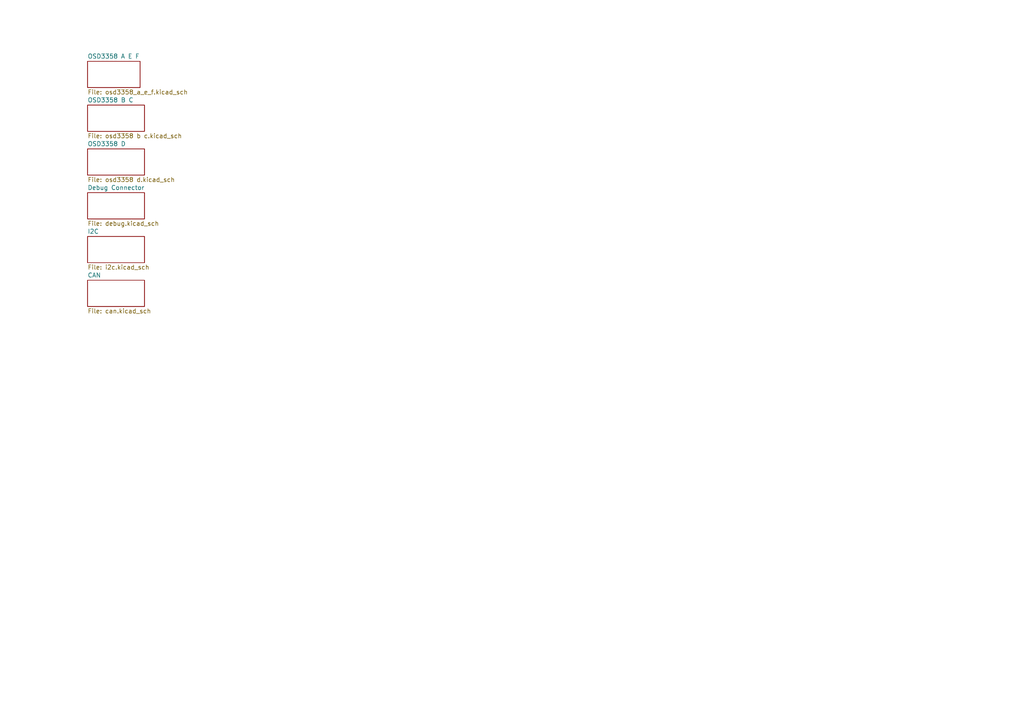
<source format=kicad_sch>
(kicad_sch
	(version 20231120)
	(generator "eeschema")
	(generator_version "8.0")
	(uuid "5deb3880-3edc-4e04-8d18-c290fe73b7ce")
	(paper "A4")
	(lib_symbols)
	(sheet
		(at 25.4 30.48)
		(size 16.51 7.62)
		(fields_autoplaced yes)
		(stroke
			(width 0.1524)
			(type solid)
		)
		(fill
			(color 0 0 0 0.0000)
		)
		(uuid "06fc8dc1-2ec0-46b4-bcdf-680cc749d11e")
		(property "Sheetname" "OSD3358 B C"
			(at 25.4 29.7684 0)
			(effects
				(font
					(size 1.27 1.27)
				)
				(justify left bottom)
			)
		)
		(property "Sheetfile" "osd3358 b c.kicad_sch"
			(at 25.4 38.6846 0)
			(effects
				(font
					(size 1.27 1.27)
				)
				(justify left top)
			)
		)
		(instances
			(project "osd3358_board"
				(path "/5deb3880-3edc-4e04-8d18-c290fe73b7ce"
					(page "3")
				)
			)
		)
	)
	(sheet
		(at 25.4 43.18)
		(size 16.51 7.62)
		(fields_autoplaced yes)
		(stroke
			(width 0.1524)
			(type solid)
		)
		(fill
			(color 0 0 0 0.0000)
		)
		(uuid "0cbc6161-dd69-4863-aa64-eab3b119f2d6")
		(property "Sheetname" "OSD3358 D"
			(at 25.4 42.4684 0)
			(effects
				(font
					(size 1.27 1.27)
				)
				(justify left bottom)
			)
		)
		(property "Sheetfile" "osd3358 d.kicad_sch"
			(at 25.4 51.3846 0)
			(effects
				(font
					(size 1.27 1.27)
				)
				(justify left top)
			)
		)
		(instances
			(project "osd3358_board"
				(path "/5deb3880-3edc-4e04-8d18-c290fe73b7ce"
					(page "4")
				)
			)
		)
	)
	(sheet
		(at 25.4 81.28)
		(size 16.51 7.62)
		(fields_autoplaced yes)
		(stroke
			(width 0.1524)
			(type solid)
		)
		(fill
			(color 0 0 0 0.0000)
		)
		(uuid "4b9dddb2-c0cb-44af-9298-d1dad0cede91")
		(property "Sheetname" "CAN"
			(at 25.4 80.5684 0)
			(effects
				(font
					(size 1.27 1.27)
				)
				(justify left bottom)
			)
		)
		(property "Sheetfile" "can.kicad_sch"
			(at 25.4 89.4846 0)
			(effects
				(font
					(size 1.27 1.27)
				)
				(justify left top)
			)
		)
		(instances
			(project "osd3358_board"
				(path "/5deb3880-3edc-4e04-8d18-c290fe73b7ce"
					(page "7")
				)
			)
		)
	)
	(sheet
		(at 25.4 68.58)
		(size 16.51 7.62)
		(fields_autoplaced yes)
		(stroke
			(width 0.1524)
			(type solid)
		)
		(fill
			(color 0 0 0 0.0000)
		)
		(uuid "77e55a86-e210-41b5-8646-7934197759ed")
		(property "Sheetname" "I2C"
			(at 25.4 67.8684 0)
			(effects
				(font
					(size 1.27 1.27)
				)
				(justify left bottom)
			)
		)
		(property "Sheetfile" "i2c.kicad_sch"
			(at 25.4 76.7846 0)
			(effects
				(font
					(size 1.27 1.27)
				)
				(justify left top)
			)
		)
		(instances
			(project "osd3358_board"
				(path "/5deb3880-3edc-4e04-8d18-c290fe73b7ce"
					(page "6")
				)
			)
		)
	)
	(sheet
		(at 25.4 55.88)
		(size 16.51 7.62)
		(fields_autoplaced yes)
		(stroke
			(width 0.1524)
			(type solid)
		)
		(fill
			(color 0 0 0 0.0000)
		)
		(uuid "b099e2a2-82a1-41ff-a8bd-92e307df9e82")
		(property "Sheetname" "Debug Connector"
			(at 25.4 55.1684 0)
			(effects
				(font
					(size 1.27 1.27)
				)
				(justify left bottom)
			)
		)
		(property "Sheetfile" "debug.kicad_sch"
			(at 25.4 64.0846 0)
			(effects
				(font
					(size 1.27 1.27)
				)
				(justify left top)
			)
		)
		(instances
			(project "osd3358_board"
				(path "/5deb3880-3edc-4e04-8d18-c290fe73b7ce"
					(page "5")
				)
			)
		)
	)
	(sheet
		(at 25.4 17.78)
		(size 15.24 7.62)
		(fields_autoplaced yes)
		(stroke
			(width 0.1524)
			(type solid)
		)
		(fill
			(color 0 0 0 0.0000)
		)
		(uuid "c646dd8e-2fa0-4a62-9cae-764dfe5a6253")
		(property "Sheetname" "OSD3358 A E F"
			(at 25.4 17.0684 0)
			(effects
				(font
					(size 1.27 1.27)
				)
				(justify left bottom)
			)
		)
		(property "Sheetfile" "osd3358_a_e_f.kicad_sch"
			(at 25.4 25.9846 0)
			(effects
				(font
					(size 1.27 1.27)
				)
				(justify left top)
			)
		)
		(instances
			(project "osd3358_board"
				(path "/5deb3880-3edc-4e04-8d18-c290fe73b7ce"
					(page "2")
				)
			)
		)
	)
	(sheet_instances
		(path "/"
			(page "1")
		)
	)
)

</source>
